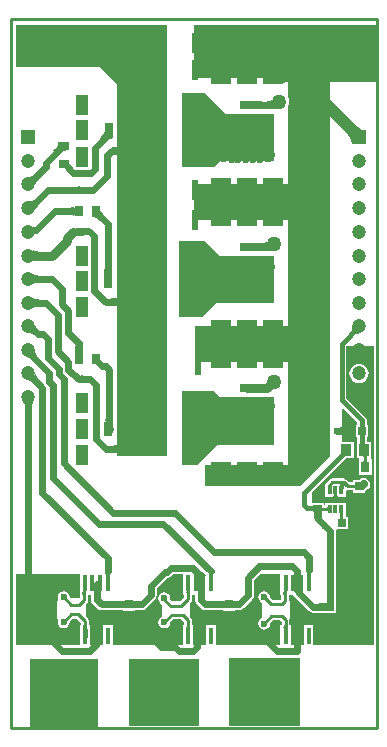
<source format=gtl>
%FSTAX23Y23*%
%MOIN*%
%SFA1B1*%

%IPPOS*%
%AMD20*
4,1,8,-0.001800,-0.011800,0.001800,-0.011800,0.005900,-0.007700,0.005900,0.007700,0.001800,0.011800,-0.001800,0.011800,-0.005900,0.007700,-0.005900,-0.007700,-0.001800,-0.011800,0.0*
1,1,0.008260,-0.001800,-0.007700*
1,1,0.008260,0.001800,-0.007700*
1,1,0.008260,0.001800,0.007700*
1,1,0.008260,-0.001800,0.007700*
%
%ADD10C,0.009840*%
%ADD13C,0.010000*%
%ADD14R,0.025590X0.025200*%
%ADD15R,0.033470X0.039370*%
%ADD16R,0.017720X0.057090*%
%ADD17R,0.027560X0.035430*%
%ADD18R,0.051580X0.021650*%
%ADD19R,0.011810X0.027560*%
G04~CAMADD=20~8~0.0~0.0~118.1~236.2~41.3~0.0~15~0.0~0.0~0.0~0.0~0~0.0~0.0~0.0~0.0~0~0.0~0.0~0.0~180.0~118.0~237.0*
%ADD20D20*%
%ADD21O,0.011810X0.023620*%
%ADD22R,0.066930X0.043310*%
%ADD23R,0.051180X0.027560*%
%ADD24R,0.033470X0.043310*%
%ADD25R,0.043310X0.066930*%
%ADD26R,0.027560X0.051180*%
%ADD27R,0.043310X0.033470*%
%ADD28R,0.024410X0.071650*%
%ADD29R,0.025200X0.025590*%
%ADD30R,0.035430X0.027560*%
%ADD53C,0.023620*%
%ADD54C,0.005910*%
%ADD55C,0.039370*%
%ADD56C,0.015000*%
%ADD57C,0.031500*%
%ADD58C,0.047240*%
%ADD59R,0.047240X0.047240*%
%ADD60C,0.023620*%
%ADD61C,0.028000*%
%ADD62C,0.050000*%
%LNpcb1-1*%
%LPD*%
G36*
X00945Y02063D02*
X00944Y02063D01*
X00942Y02064*
X00941Y02064*
X00933Y02064*
X00916Y02064*
X00914Y02088*
X00917Y02088*
X00919Y02088*
X00922Y02089*
X00924Y02089*
X00925Y0209*
X00927Y02091*
X00928Y02092*
X00929Y02093*
X0093Y02094*
X00931Y02095*
X00945Y02063*
G37*
G36*
X00872Y0209D02*
X00872Y02089D01*
X00874Y02089*
X00875Y02089*
X0088Y02088*
X00895Y02088*
Y02064*
X00891Y02064*
X00872Y02063*
X00872Y02063*
X00871Y02063*
Y0209*
X00872Y0209*
G37*
G36*
X00399Y01965D02*
X00397Y01965D01*
X00395Y01965*
X00392Y01964*
X0039Y01963*
X00387Y01961*
X00384Y01959*
X00381Y01957*
X00375Y01952*
X00372Y01948*
X00355Y01965*
X0036Y0197*
X00367Y01978*
X00369Y01982*
X00371Y01986*
X00373Y01989*
X00373Y01992*
X00374Y01994*
X00373Y01997*
X00372Y01999*
X00399Y01965*
G37*
G36*
X01202Y02014D02*
X01212Y02005D01*
X01217Y02002*
X01222Y01998*
X01227Y01996*
X01231Y01994*
X01235Y01993*
X0124Y01992*
X01243Y01992*
X01196Y01945*
X01196Y01948*
X01195Y01953*
X01194Y01957*
X01192Y01961*
X0119Y01966*
X01186Y01971*
X01183Y01976*
X01179Y01981*
X01169Y01992*
X01196Y02019*
X01202Y02014*
G37*
G36*
X00252Y01925D02*
X0025Y01926D01*
X00247Y01927*
X00245Y01926*
X00242Y01926*
X00239Y01924*
X00235Y01922*
X00231Y0192*
X00227Y01917*
X00223Y01913*
X00218Y01908*
X00201Y01925*
X00205Y01928*
X0021Y01934*
X00212Y01937*
X00214Y0194*
X00215Y01943*
X00217Y01945*
X00217Y01948*
X00218Y0195*
X00218Y01952*
X00252Y01925*
G37*
G36*
X00777Y02047D02*
X00935D01*
Y01889*
X00757*
X00738Y0187*
X00629*
Y02116*
X00708*
X00777Y02047*
G37*
G36*
X0015Y01827D02*
X00149Y01825D01*
X00146Y01821*
X00145Y0182*
X00144Y01818*
X00143Y01816*
X00142Y01815*
X00142Y01814*
X00141Y01812*
X00141Y01811*
X00118Y01834*
X00119Y01834*
X00121Y01834*
X00122Y01835*
X00124Y01836*
X00125Y01836*
X00127Y01837*
X00128Y01839*
X0013Y0184*
X00134Y01843*
X0015Y01827*
G37*
G36*
X00313Y01779D02*
X00285D01*
Y01803*
X00313*
Y01779*
G37*
G36*
X00151Y01742D02*
X00149Y0174D01*
X00145Y01735*
X00144Y01734*
X00142Y01731*
X00142Y0173*
X00141Y01729*
X00141Y01728*
X00122Y01755*
X00124Y01755*
X00125Y01755*
X00127Y01755*
X00128Y01756*
X0013Y01756*
X00131Y01757*
X00133Y01758*
X00135Y0176*
X00137Y01761*
X00138Y01763*
X00151Y01742*
G37*
G36*
X00271Y01704D02*
X00271Y01705D01*
X0027Y01706*
X00269Y01707*
X00267Y01708*
X00265Y01709*
X00263Y01709*
X0026Y0171*
X00252Y0171*
X00248Y0171*
Y01734*
X00252Y01734*
X00263Y01735*
X00265Y01735*
X00267Y01736*
X00269Y01737*
X0027Y01737*
X00271Y01738*
X00271Y0174*
Y01704*
G37*
G36*
X00356Y01736D02*
X00356Y01733D01*
X00356Y01731*
X00357Y01728*
X00358Y01725*
X0036Y01721*
X00363Y01718*
X00366Y01713*
X0037Y01709*
X00374Y01704*
X00358Y01688*
X00354Y01691*
X00348Y01696*
X00345Y01698*
X00342Y017*
X0034Y01702*
X00337Y01703*
X00335Y01704*
X00333Y01704*
X0033Y01704*
X00358Y01738*
X00356Y01736*
G37*
G36*
X00275Y01665D02*
X00276Y01665D01*
X00277Y01665*
X00285Y01665*
X00296Y01665*
X00324*
Y01641*
X00296*
X00275Y01641*
Y01666*
X00275Y01665*
G37*
G36*
X00925Y01591D02*
X00924Y01591D01*
X00923Y01591*
X00922Y01591*
X00919Y01592*
X00915Y01592*
X00907Y01592*
X00895Y01615*
Y01592*
X00891Y01592*
X00872Y01591*
X00872Y01591*
X00871Y0159*
Y01617*
X00872Y01617*
X00872Y01617*
X00874Y01617*
X00875Y01616*
X0088Y01616*
X00895Y01616*
X00897Y01616*
X009Y01616*
X00902Y01616*
X00904Y01617*
X00906Y01617*
X00907Y01618*
X00909Y01619*
X0091Y0162*
X00911Y01621*
X00911Y01623*
X00925Y01591*
G37*
G36*
X00135Y01591D02*
X00135Y01591D01*
X00136Y0159*
X00139Y0159*
X00147Y0159*
X00149Y0159*
Y01559*
X00134Y01558*
Y01591*
X00135Y01591*
G37*
G36*
X00395Y01532D02*
X00396Y01514D01*
X00397Y01513*
X00397Y01513*
X0037*
X0037Y01513*
X0037Y01514*
X00371Y01515*
X00371Y01517*
X00371Y01522*
X00372Y01537*
X00395*
X00395Y01532*
G37*
G36*
X00135Y01511D02*
X00137Y0151D01*
X00138Y0151*
X0014Y01509*
X00141Y01509*
X00143Y01508*
X00145Y01508*
X00147Y01508*
X00152Y01507*
Y01484*
X0015Y01484*
X00145Y01483*
X00143Y01483*
X00141Y01483*
X0014Y01482*
X00138Y01481*
X00137Y01481*
X00135Y0148*
X00134Y01479*
Y01512*
X00135Y01511*
G37*
G36*
Y01432D02*
X00137Y01432D01*
X00138Y01431*
X0014Y0143*
X00141Y0143*
X00143Y01429*
X00145Y01429*
X00147Y01429*
X00152Y01429*
Y01405*
X0015Y01405*
X00145Y01405*
X00143Y01404*
X00141Y01404*
X0014Y01403*
X00138Y01403*
X00137Y01402*
X00135Y01401*
X00134Y014*
Y01433*
X00135Y01432*
G37*
G36*
X00757Y01574D02*
X00935D01*
Y01417*
X00748*
X00698Y01368*
X0062*
Y01624*
X00708*
X00757Y01574*
G37*
G36*
X00141Y01341D02*
X00142Y0134D01*
X00142Y01339*
X00143Y01337*
X00144Y01336*
X00146Y01333*
X00148Y01331*
X00151Y01328*
X00138Y01307*
X00137Y01309*
X00133Y01312*
X00131Y01313*
X0013Y01314*
X00128Y01314*
X00127Y01315*
X00125Y01315*
X00124Y01315*
X00122Y01315*
X00141Y01342*
X00141Y01341*
G37*
G36*
X0122Y01314D02*
X01217Y01314D01*
X01215Y01314*
X01213Y01314*
X0121Y01313*
X01208Y01313*
X01206Y01312*
X01204Y01311*
X01203Y0131*
X01201Y01308*
X01199Y01307*
X01189Y01318*
X0119Y01319*
X01192Y01321*
X01193Y01323*
X01194Y01324*
X01195Y01326*
X01195Y01329*
X01196Y01331*
X01196Y01333*
X01196Y01335*
X01196Y01338*
X0122Y01314*
G37*
G36*
X00297Y01267D02*
X00298Y01248D01*
X00298Y01248*
X00299Y01247*
X00271*
X00272Y01248*
X00272Y01248*
X00272Y0125*
X00272Y01251*
X00273Y01256*
X00273Y01271*
X00297*
X00297Y01267*
G37*
G36*
X00141Y01254D02*
X00141Y01253D01*
X00141Y01251*
X00142Y0125*
X00142Y01248*
X00143Y01246*
X00144Y01245*
X00146Y01243*
X00147Y01241*
X00149Y01239*
X00129Y01226*
X00127Y01228*
X00122Y01232*
X00121Y01233*
X00119Y01234*
X00118Y01235*
X00117Y01235*
X00115Y01236*
X00114Y01236*
X00141Y01255*
X00141Y01254*
G37*
G36*
X00324Y01149D02*
X00296D01*
Y01173*
X00324*
Y01149*
G37*
G36*
X00141Y01179D02*
X00142Y01178D01*
X00142Y01176*
X00143Y01175*
X00144Y01173*
X00145Y01171*
X00146Y0117*
X00147Y01168*
X0015Y01164*
X00134Y01148*
X00132Y0115*
X00128Y01152*
X00127Y01154*
X00125Y01155*
X00124Y01156*
X00122Y01156*
X00121Y01157*
X00119Y01157*
X00118Y01157*
X00141Y0118*
X00141Y01179*
G37*
G36*
X00133Y01084D02*
X00132Y01083D01*
X00132Y01081*
X00131Y0108*
X00131Y01078*
X0013Y01076*
X0013Y01074*
X0013Y01072*
X00129Y01067*
X00106*
X00106Y0107*
X00105Y01074*
X00105Y01076*
X00105Y01078*
X00104Y0108*
X00103Y01081*
X00103Y01083*
X00102Y01084*
X00101Y01085*
X00134*
X00133Y01084*
G37*
G36*
X00397Y01022D02*
X0037D01*
X00371Y01022*
X00372Y01023*
X00373Y01024*
X00374Y01026*
X00374Y01028*
X00375Y01031*
X00375Y01034*
X00376Y01041*
X00376Y01046*
X00399*
X00397Y01022*
G37*
G36*
X0058Y00905D02*
X00413D01*
Y00915*
X00411Y00916*
X00408Y00916*
X00405Y00916*
X00398Y00917*
X00393Y00917*
Y0094*
X00398Y0094*
X00408Y00941*
X00411Y00942*
X00413Y00942*
Y01406*
X00411Y01407*
X00408Y01407*
X00405Y01408*
X00398Y01408*
X00393Y01408*
Y01432*
X00398Y01432*
X00408Y01432*
X00411Y01433*
X00413Y01433*
Y0191*
X0041Y0191*
X00407Y0191*
X004Y01911*
X00395Y01911*
Y01935*
X004Y01935*
X0041Y01935*
X00413Y01936*
Y02145*
X00354Y02204*
X00078*
Y02342*
X0058*
Y00905*
G37*
G36*
X0125Y00906D02*
X01249Y00906D01*
X01248Y00905*
X01247Y00905*
X01247Y00904*
X01246Y00903*
X01246Y00901*
X01246Y009*
X01246Y00898*
X01246Y00896*
X01236*
X01236Y00898*
X01236Y009*
X01235Y00901*
X01235Y00903*
X01234Y00904*
X01234Y00905*
X01233Y00905*
X01233Y00906*
X01232Y00906*
X01231Y00906*
X0125*
X0125Y00906*
G37*
G36*
X01246Y00893D02*
X01246Y00891D01*
X01246Y0089*
X01246Y00889*
X01247Y00888*
X01247Y00887*
X01248Y00886*
X01249Y00885*
X0125Y00885*
X0125Y00885*
X01231*
X01232Y00885*
X01233Y00885*
X01233Y00886*
X01234Y00887*
X01234Y00888*
X01235Y00889*
X01235Y0089*
X01236Y00891*
X01236Y00893*
X01236Y00895*
X01246*
X01246Y00893*
G37*
G36*
X00757Y01102D02*
X00935D01*
Y00944*
X00748*
X00679Y00875*
X00629*
Y01122*
X00738*
X00757Y01102*
G37*
G36*
X01271Y00275D02*
X01068D01*
Y00342*
X01035*
Y00275*
X00992*
Y00334*
X00992Y00334*
X00992Y00334*
Y00342*
X00988*
Y00359*
X00988Y0036*
X00988Y00361*
X0099Y00363*
X00991Y00367*
Y00418*
X0099Y00421*
X00988Y00424*
X00986Y00425*
Y00444*
X00999*
X01003Y0044*
X01006Y00436*
X01053Y00389*
X01059Y00385*
X01067Y00383*
X01101*
Y00382*
X01109*
X01109Y00382*
X01109Y00382*
X01142*
Y00424*
X01142*
Y00656*
X01141Y00657*
X01146Y00662*
X01183*
Y00703*
X01178*
X01175Y00706*
Y00714*
X01175Y00714*
X01175Y00714*
Y0075*
X01108*
Y00741*
X01103*
Y0075*
X0107*
X0107Y00751*
X0107Y0075*
X01062*
Y00785*
X01175Y00898*
X01202*
Y00953*
X01162*
Y00977*
X01158Y00977*
Y01001*
X01162Y01001*
Y01063*
X01167Y01065*
X01213Y01018*
Y0101*
X01209*
Y00969*
X01214*
Y00953*
X01212*
Y00898*
X01219*
X01219Y00893*
Y00842*
X01262*
Y00893*
X01262*
X01261Y00898*
Y00953*
X01245*
Y00969*
X0125*
Y0101*
X01245*
Y01025*
X01244Y01031*
X0124Y01036*
X01178Y01099*
Y01271*
X01271*
Y00275*
G37*
G36*
X01279Y02338D02*
Y02153D01*
X01122*
Y00905*
X01023Y00807*
X00708*
Y00875*
X00984*
Y0122*
X00673*
Y01334*
X00674Y01338*
X00984*
Y01692*
X00669*
Y01811*
X00984*
Y02072*
X00986Y02078*
X00987Y02086*
X00986Y02095*
X00984Y02101*
Y02153*
X00977Y02152*
X00974Y02151*
X00972Y02151*
X0097Y0215*
X00968Y02148*
X00967Y02147*
X00966Y02145*
X00966Y02143*
Y02165*
X00669*
Y02342*
X01275*
X01279Y02338*
G37*
G36*
X01116Y00718D02*
X01116Y00719D01*
X01115Y0072*
X01115Y00721*
X01114Y00721*
X01113Y00722*
X01112Y00722*
X01111Y00722*
X01109Y00723*
X01108Y00723*
X01106Y00723*
Y00733*
X01108Y00733*
X01109Y00733*
X01111Y00733*
X01112Y00734*
X01113Y00734*
X01114Y00735*
X01115Y00735*
X01115Y00736*
X01116Y00737*
X01116Y00738*
Y00718*
G37*
G36*
X01095Y00737D02*
X01095Y00736D01*
X01096Y00735*
X01096Y00735*
X01097Y00734*
X01098Y00734*
X01099Y00733*
X01101Y00733*
X01103Y00733*
X01105Y00733*
Y00723*
X01103Y00723*
X01101Y00723*
X01099Y00722*
X01098Y00722*
X01097Y00722*
X01096Y00721*
X01096Y00721*
X01095Y0072*
X01095Y00719*
X01095Y00718*
Y00738*
X01095Y00737*
G37*
G36*
X01167Y00714D02*
X01167Y00714D01*
X01167Y00713*
X01166Y00712*
X01166Y00705*
X01166Y00703*
X01167Y00701*
X01167Y007*
X01167Y00699*
X01168Y00698*
X01168Y00697*
X01169Y00696*
X01169Y00695*
X0117Y00695*
X01171Y00695*
X01152*
X01153Y00695*
X01153Y00695*
X01154Y00696*
X01155Y00697*
X01155Y00698*
X01156Y00699*
X01156Y007*
X01156Y00701*
X01156Y00703*
X01156Y00705*
X01156Y00706*
X01156Y00713*
X01156Y00713*
X01156Y00714*
X01155Y00714*
X01155Y00714*
X01167*
X01167Y00714*
G37*
G36*
X0107Y00717D02*
X01095D01*
X01095Y00695*
X01071*
X01071Y00699*
X0107Y00717*
X0107Y00717*
X0107Y00718*
X01069Y0072*
X01068Y00721*
X01067Y00722*
X01066Y00722*
X01064Y00723*
X01062Y00723*
X0106Y00724*
X01058Y00724*
X01055Y00724*
Y00739*
X01058Y00739*
X01064Y0074*
X01066Y0074*
X01067Y0074*
X01068Y00741*
X01069Y00741*
X0107Y00742*
X0107Y00742*
Y00717*
G37*
G36*
X01057Y00517D02*
X01057Y00517D01*
X0106*
X01059Y00516*
X01059Y00515*
X01058Y00513*
X01058Y00511*
X01058Y00511*
X01058Y0051*
X01059Y0051*
X0106Y00509*
X0106Y00509*
X01058*
X01057Y00509*
X01057Y00503*
X01057Y00495*
X01057Y00491*
X01047*
X01047Y00495*
X01046Y00509*
X01046Y00509*
X01043*
X01044Y00509*
X01044Y0051*
X01045Y0051*
X01045Y00511*
X01045Y00511*
X01045Y00513*
X01045Y00515*
X01044Y00516*
X01043Y00517*
X01047*
X01047Y00517*
X01047Y00519*
X01057*
X01057Y00517*
G37*
G36*
X00387D02*
X00388Y00515D01*
X00391*
X0039Y00514*
X00389Y00513*
X00389Y00511*
X00389Y00511*
X00389Y0051*
X0039Y0051*
X0039Y00509*
X00391Y00509*
X00389*
X00389Y00509*
X00388Y00507*
X00388Y00501*
X00387Y00493*
X00387Y00489*
X00377*
X00377Y00493*
X00377Y00507*
X00376Y00509*
X00376Y00509*
X00374*
X00374Y00509*
X00375Y0051*
X00376Y0051*
X00376Y00511*
X00376Y00511*
X00375Y00513*
X00375Y00514*
X00374Y00515*
X00377*
X00377Y00516*
X00377Y00517*
X00377Y00519*
X00387*
X00387Y00517*
G37*
G36*
X00732D02*
X00732Y00514D01*
X00732Y00513*
X00735*
X00735Y00512*
X00734Y00511*
X00734Y0051*
X00734Y0051*
X00735Y00509*
X00736Y00509*
X00734*
X00733Y00509*
X00733Y00507*
X00733Y00505*
X00732Y00499*
X00732Y00491*
X00732Y00487*
X00722*
X00722Y00491*
X00721Y00505*
X00721Y00507*
X0072Y00509*
X0072Y00509*
X00718*
X00719Y00509*
X0072Y0051*
X0072Y0051*
X0072Y00511*
X00719Y00512*
X00719Y00513*
X00721*
X00722Y00514*
X00722Y00516*
X00722Y00517*
X00722Y00519*
X00732*
X00732Y00517*
G37*
G36*
X00688Y00526D02*
X00706Y00511D01*
X00707Y0051*
X00709Y00509*
X0071Y00509*
X00693Y00472*
X00693Y00474*
X00693Y00477*
X00693Y0048*
X00691Y00484*
X00689Y00488*
X00686Y00492*
X00683Y00497*
X00673Y00508*
X00667Y00514*
X00684Y0053*
X00688Y00526*
G37*
G36*
X00982Y00452D02*
X00981Y00452D01*
X0098Y00452*
X0098Y00451*
X00979Y0045*
X00979Y00449*
X00978Y00448*
X00978Y00446*
X00978Y00444*
X00978Y00443*
X00968*
X00968Y00444*
X00968Y00449*
X00968Y0045*
X00967Y00451*
X00967Y00451*
X00967Y00452*
X00967Y00452*
X00966Y00452*
X00983Y00453*
X00982Y00452*
G37*
G36*
X00312D02*
X00311Y00452D01*
X0031Y00452*
X00309Y00451*
X00309Y0045*
X00308Y00449*
X00308Y00448*
X00308Y00446*
X00308Y00444*
X00308Y00443*
X00298*
X00298Y00444*
X00297Y00451*
X00297Y00452*
X00297Y00452*
X00297Y00452*
X00312Y00453*
X00312Y00452*
G37*
G36*
X00658Y00452D02*
X00657Y00452D01*
X00657Y00451*
X00656Y00451*
X00656Y0045*
X00656Y00449*
X00655Y00448*
X00655Y00446*
X00655Y00444*
X00655Y00443*
X00645*
X00645Y00444*
X00645Y00448*
X00645Y00449*
X00644Y0045*
X00644Y00451*
X00643Y00451*
X00643Y00452*
X00642Y00452*
X00641Y00452*
X00659*
X00658Y00452*
G37*
G36*
X00289Y00452D02*
X00289Y00452D01*
X00289Y00452*
Y00444*
X0029*
Y00433*
X00259*
X00255Y00436*
X00253Y00443*
X00249Y0045*
X00242Y00454*
X00235Y00456*
X00227Y00454*
X00221Y0045*
X00216Y00443*
X00215Y00436*
X00216Y00428*
X00215Y00426*
X00214Y00423*
Y00366*
X00215Y00363*
X00216Y0036*
X00215Y00353*
X00216Y00345*
X00221Y00339*
X00227Y00334*
X00235Y00333*
X00242Y00334*
X00249Y00339*
X00253Y00345*
X00255Y00353*
X00255Y00354*
X00262Y00362*
X00281*
X00293Y0035*
Y00342*
X00289*
Y00334*
X00289Y00334*
X00289Y00334*
Y00275*
X00078*
Y00511*
X00289*
Y00452*
G37*
G36*
X00958Y00453D02*
X00958Y00452D01*
X00958Y00452*
Y00444*
X0096*
Y00428*
X00957Y00425*
X00933*
X00924Y00434*
X00924Y00436*
X00923Y00443*
X00918Y0045*
X00912Y00454*
X00904Y00456*
X00896Y00454*
X0089Y0045*
X00885Y00443*
X00884Y00436*
X00885Y00428*
X0089Y00421*
X00896Y00417*
X00895Y00365*
X00889Y00361*
X00885Y00355*
X00883Y00347*
X00885Y00339*
X00889Y00333*
X00895Y00328*
X00903Y00327*
X00911Y00328*
X00917Y00333*
X00922Y00339*
X00923Y00347*
X00923Y00348*
X00932Y00358*
X00958*
X00962Y00353*
Y00342*
X00958*
Y00334*
X00958Y00334*
X00958Y00334*
Y00275*
X00744*
Y00342*
X0071*
Y00275*
X00667*
Y00334*
X00667Y00334*
X00667Y00334*
Y00342*
X00663*
Y00358*
X00662Y00363*
X00659Y00367*
X00656Y0037*
X00657Y0037*
X00657Y00374*
Y00413*
X00657Y00416*
X00656Y00416*
X00659Y00419*
X00662Y00424*
X00663Y00429*
Y00444*
X00673*
Y00425*
X00675Y00417*
X00679Y00411*
X00693Y00397*
X007Y00392*
X00707Y00391*
X00766*
Y0039*
X00774*
X00774Y0039*
X00775Y0039*
X00807*
Y00392*
X0082*
X00828Y00393*
X00835Y00398*
X00864Y00427*
X00868Y00434*
X00869Y00435*
X0087Y00441*
Y00492*
X00889Y00511*
X00958*
Y00453*
G37*
G36*
X00633Y00453D02*
X00633Y00452D01*
X00633Y00452*
Y00444*
X00637*
Y00434*
X00624Y00421*
X00595*
X0059Y00426*
X0059Y00431*
X00589Y00438*
X00585Y00445*
X00578Y00449*
X0057Y00451*
X00563Y00449*
X00556Y00445*
X00552Y00438*
X0055Y00431*
X00552Y00423*
X00556Y00416*
X00561Y00413*
X00561Y00413*
X00561Y0041*
X00562Y00408*
Y00374*
X00563Y0037*
X00563Y0037*
X00563Y00369*
X00556Y00365*
X00552Y00359*
X0055Y00351*
X00552Y00343*
X00556Y00337*
X00563Y00332*
X0057Y00331*
X00578Y00332*
X00585Y00337*
X00589Y00343*
X0059Y00351*
X0059Y00352*
X006Y00362*
X00627*
X00637Y00352*
Y00342*
X00633*
Y00334*
X00633Y00334*
X00633Y00334*
Y00275*
X00399*
Y00342*
X00366*
Y00275*
X00322*
Y00334*
X00322Y00334*
X00322Y00334*
Y00342*
X00319*
Y00356*
X00318Y00361*
X00315Y00365*
X00311Y00369*
X00311Y0037*
Y00414*
X00312Y00415*
X00315Y0042*
X00316Y00425*
Y00444*
X00326*
Y00427*
X00327Y00419*
X00332Y00412*
X00348Y00397*
X00354Y00392*
X00362Y00391*
X00432*
Y0039*
X0044*
X0044Y0039*
X0044Y0039*
X00473*
Y00392*
X00496*
X00503Y00393*
X0051Y00398*
X00539Y00427*
X00544Y00434*
X00545Y00441*
Y00465*
X00581Y005*
X00581*
X00589Y00502*
X00595Y00506*
X006Y00511*
X00633*
Y00453*
G37*
G36*
X00774Y00398D02*
X00774Y00398D01*
X00773Y00399*
X00772Y00399*
X00769Y00399*
X00751Y00399*
Y00423*
X00774Y00424*
Y00398*
G37*
G36*
X0044D02*
X0044Y00398D01*
X00439Y00399*
X00438Y00399*
X00434Y00399*
X00416Y00399*
Y00423*
X0044Y00424*
Y00398*
G37*
G36*
X01109Y0039D02*
X01109Y00391D01*
X01108Y00391*
X01107Y00391*
X01103Y00391*
X01085Y00391*
Y00415*
X01109Y00416*
Y0039*
G37*
G36*
X0098Y00342D02*
X0098Y00339D01*
X0098Y00338*
X00981Y00336*
X00981Y00336*
X00982Y00335*
X00982Y00334*
X00983Y00334*
X00984Y00334*
X00966*
X00967Y00334*
X00968Y00334*
X00968Y00335*
X00969Y00336*
X00969Y00336*
X00969Y00338*
X0097Y00339*
X0097Y0034*
X0097Y00342*
X0097Y00344*
X0098*
X0098Y00342*
G37*
G36*
X00311D02*
X00311Y00339D01*
X00311Y00338*
X00311Y00336*
X00312Y00336*
X00312Y00335*
X00313Y00334*
X00314Y00334*
X00314Y00334*
X00297*
X00298Y00334*
X00298Y00334*
X00299Y00335*
X00299Y00336*
X003Y00336*
X003Y00338*
X003Y00339*
X00301Y0034*
X00301Y00342*
X00301Y00344*
X00311*
X00311Y00342*
G37*
G36*
X00655D02*
X00655Y00339D01*
X00656Y00338*
X00656Y00336*
X00656Y00336*
X00657Y00335*
X00657Y00334*
X00658Y00334*
X00659Y00334*
X00641*
X00642Y00334*
X00643Y00334*
X00643Y00335*
X00644Y00336*
X00644Y00336*
X00645Y00338*
X00645Y00339*
X00645Y0034*
X00645Y00342*
X00645Y00344*
X00655*
X00655Y00342*
G37*
G36*
X00311Y00311D02*
X003D01*
X003Y00311*
X003Y00312*
X003Y00312*
X00301Y00323*
Y00326*
X00311*
X00311Y00311*
G37*
G36*
X01023Y00007D02*
X00787D01*
Y00232*
X01023*
Y00007*
G37*
G36*
X00688D02*
X00452D01*
Y00228*
X00688*
Y00007*
G37*
G36*
X0035Y00003D02*
X00122D01*
Y00228*
X0035*
Y00003*
G37*
%LNpcb1-2*%
%LPC*%
G36*
X0122Y01212D02*
X01212Y01211D01*
X01204Y01208*
X01198Y01203*
X01192Y01196*
X01189Y01189*
X01188Y01181*
X01189Y01172*
X01192Y01165*
X01198Y01158*
X01204Y01153*
X01212Y0115*
X0122Y01149*
X01228Y0115*
X01236Y01153*
X01242Y01158*
X01247Y01165*
X01251Y01172*
X01252Y01181*
X01251Y01189*
X01247Y01196*
X01242Y01203*
X01236Y01208*
X01228Y01211*
X0122Y01212*
G37*
G36*
X01236Y00834D02*
X01227Y00832D01*
X0122Y00827*
X01219Y00825*
X012*
Y00818*
X01187*
X01178Y00827*
X01174Y0083*
X01169Y00831*
X0113*
X01125Y0083*
X01121Y00827*
X01113Y00819*
X0111Y00815*
X0111Y00812*
X01108*
Y00769*
X01135*
Y0077*
X01131*
X01132Y0077*
X01133Y0077*
X01134Y00771*
X01135Y00772*
X01135Y00772*
X01135Y00773*
Y00791*
X01136Y00792*
Y00805*
X01147*
Y00773*
X01147Y00772*
X01148Y00772*
X01149Y00771*
X01149Y0077*
X0115Y0077*
X01151Y0077*
X01147*
Y00769*
X01175*
Y00788*
X01175Y00789*
X0118Y00792*
X01182Y00792*
X012*
Y00784*
X0124*
Y0079*
X01241Y0079*
X01244Y00791*
X01251Y00796*
X01256Y00803*
X01258Y00812*
X01256Y0082*
X01251Y00827*
X01244Y00832*
X01236Y00834*
G37*
%LNpcb1-3*%
%LPD*%
G36*
X01127Y00805D02*
X01117Y00804D01*
X01117Y00804*
X01117Y00805*
X01117Y00805*
X01117Y00805*
X01117Y00806*
X01118Y00807*
X01118Y0081*
X01127*
X01127Y00805*
G37*
G36*
X01176Y00804D02*
X01174Y00805D01*
X01173Y00806*
X01172Y00807*
X01171Y00808*
X0117Y00808*
X01169Y00808*
X01168Y00808*
X01167Y00808*
X01167Y00808*
X01167Y00805*
X01156Y00804*
X01156Y00804*
X01156Y00805*
X01156Y00805*
X01156Y00805*
X01157Y00806*
X01157Y00807*
X01157Y00808*
X01157Y0081*
X01157Y00811*
X01166*
X01169Y00818*
X01176Y00804*
G37*
G36*
X01208Y00795D02*
X01208Y00796D01*
X01207Y00797*
X01207Y00797*
X01206Y00798*
X01205Y00798*
X01204Y00799*
X01203Y00799*
X01201Y008*
X012Y008*
X01198Y008*
Y0081*
X012Y0081*
X01201Y0081*
X01203Y0081*
X01204Y0081*
X01205Y00811*
X01206Y00811*
X01207Y00812*
X01207Y00813*
X01208Y00814*
X01208Y00814*
Y00795*
G37*
G54D10*
X01052Y00481D02*
Y00525D01*
X01043Y00578D02*
X01047Y00574D01*
X00727Y00481D02*
Y00521D01*
X00382Y00481D02*
Y00523D01*
X00287Y00409D02*
X00303Y00425D01*
X00261Y00409D02*
X00287D01*
X00235Y00436D02*
X00261Y00409D01*
Y00379D02*
X00282D01*
X00235Y00353D02*
X00261Y00379D01*
X00282D02*
X00306Y00356D01*
X01237Y00926D02*
X01241Y00922D01*
Y00868D02*
Y00922D01*
X01144Y00845D02*
X01147Y00848D01*
X01162*
X01169Y00855*
X01173*
X01182Y00864*
Y00868*
X01162Y00811D02*
X01169Y00818D01*
X01162Y008D02*
Y00811D01*
X0113Y00818D02*
X01169D01*
X01182Y00805*
X0122*
X01122Y00791D02*
X01123Y00792D01*
Y0081D02*
X0113Y00818D01*
X01123Y00792D02*
Y0081D01*
X01231Y00658D02*
X01234Y00655D01*
X01222Y00658D02*
X01231D01*
X01198Y00683D02*
X01222Y00658D01*
X01197Y00683D02*
X01198D01*
X01197Y00746D02*
X0122Y00769D01*
Y00769*
X01197Y00683D02*
Y00746D01*
X01141Y00759D02*
Y00791D01*
X01082Y00765D02*
X01088Y00759D01*
X01161Y00683D02*
X01162Y00683D01*
X01161Y00683D02*
Y00727D01*
X01161Y00728D02*
X01161Y00727D01*
X00306Y00306D02*
Y00356D01*
X00303Y00425D02*
Y00478D01*
X00306Y00481*
X00632Y00375D02*
X0065Y00358D01*
X00595Y00375D02*
X00632D01*
X0065Y00306D02*
Y00358D01*
Y00429D02*
Y00481D01*
X00626Y00405D02*
X0065Y00429D01*
X00592Y00405D02*
X00626D01*
X0057Y00427D02*
X00592Y00405D01*
X0057Y00427D02*
Y00431D01*
Y00351D02*
X00595Y00375D01*
X00973Y00423D02*
Y00479D01*
X00962Y00412D02*
X00973Y00423D01*
X00928Y00412D02*
X00962D01*
X00973Y00479D02*
X00975Y00481D01*
X00927Y00371D02*
X00963D01*
X00903Y00347D02*
X00927Y00371D01*
X00963D02*
X00975Y00359D01*
Y00306D02*
Y00359D01*
X00904Y00436D02*
X00928Y00412D01*
X01084Y00728D02*
X01122D01*
G54D13*
X01279Y0D02*
Y02362D01*
X00059Y0D02*
X01279D01*
X00059D02*
Y02362D01*
X01279*
G54D14*
X01194Y0099D03*
X0123D03*
X01197Y00683D03*
X01162D03*
G54D15*
X01178Y00926D03*
X01237D03*
G54D16*
X00306Y00481D03*
Y00306D03*
X00331D03*
X00357D03*
X00382D03*
Y00481D03*
X00357D03*
X00331D03*
X0065Y00306D03*
X00676D03*
X00701D03*
X00727D03*
Y00481D03*
X00701D03*
X00676D03*
X0065D03*
X00975Y00306D03*
X01D03*
X01026D03*
X01052D03*
Y00481D03*
X01026D03*
X01D03*
X00975D03*
G54D17*
X01182Y00868D03*
X01241D03*
X00344Y0123D03*
X00285D03*
X00344Y01722D03*
X00285D03*
G54D18*
X01141Y00759D03*
G54D19*
X01161Y00728D03*
X01141D03*
X01122D03*
Y00791D03*
X01141D03*
X01161D03*
G54D20*
X00285Y01791D03*
X00296Y01653D03*
Y01161D03*
G54D21*
X00313Y01791D03*
X00324Y01653D03*
Y01161D03*
G54D22*
X00759Y02165D03*
X00846D03*
X00933D03*
X00759Y01811D03*
X00846D03*
X00933D03*
X00759Y01692D03*
X00846D03*
X00933D03*
X00759Y01338D03*
X00846D03*
X00933D03*
X00759Y0122D03*
X00846D03*
X00933D03*
X00759Y00866D03*
X00846D03*
X00933D03*
G54D23*
X00846Y02076D03*
Y01604D03*
Y01131D03*
G54D24*
X00778Y01911D03*
X00823D03*
X00869D03*
X00914D03*
X00778Y02021D03*
X00823D03*
X00869D03*
X00914D03*
X00778Y01438D03*
X00823D03*
X00869D03*
X00914D03*
X00778Y01549D03*
X00823D03*
X00869D03*
X00914D03*
X00778Y00966D03*
X00823D03*
X00869D03*
X00914D03*
X00778Y01076D03*
X00823D03*
X00869D03*
X00914D03*
G54D25*
X00297Y01904D03*
Y01991D03*
Y02077D03*
X00651Y01904D03*
Y01991D03*
Y02077D03*
X00295Y01401D03*
Y01488D03*
Y01574D03*
X00649Y01401D03*
Y01488D03*
Y01574D03*
X00295Y0091D03*
Y00997D03*
Y01083D03*
X00649Y0091D03*
Y00997D03*
Y01083D03*
G54D26*
X00385Y01991D03*
X00383Y01488D03*
Y00997D03*
G54D27*
X00551Y01923D03*
Y01968D03*
Y02013D03*
Y02059D03*
X0044Y01923D03*
Y01968D03*
Y02013D03*
Y02059D03*
X00549Y0142D03*
Y01465D03*
Y0151D03*
Y01556D03*
X00438Y0142D03*
Y01465D03*
Y0151D03*
Y01556D03*
X00549Y00929D03*
Y00974D03*
Y01019D03*
Y01064D03*
X00438Y00929D03*
Y00974D03*
Y01019D03*
Y01064D03*
G54D28*
X00673Y02194D03*
X00547D03*
X00673Y02283D03*
X00547D03*
X00673Y01791D03*
X00547D03*
X00673Y01692D03*
X00547D03*
X00683Y01289D03*
X00557D03*
X00683Y0121D03*
X00557D03*
G54D29*
X01082Y0073D03*
Y00765D03*
X0122Y00769D03*
Y00805D03*
X01122Y00368D03*
Y00403D03*
X00787Y00375D03*
Y00411D03*
X00452Y00375D03*
Y00411D03*
G54D30*
X00236Y01879D03*
Y01938D03*
G54D53*
X00188Y01154D02*
Y01183D01*
X00118Y01254D02*
X00188Y01183D01*
Y01154D02*
X00199Y01143D01*
X0022Y01179D02*
Y01196D01*
Y01179D02*
X00236Y01164D01*
X00251Y01194D02*
Y0122D01*
Y01194D02*
X00285Y01161D01*
X00236Y00882D02*
Y01164D01*
X01012Y00459D02*
Y00522D01*
X00693Y00425D02*
Y00504D01*
X00997Y00538D02*
X01012Y00522D01*
X00887Y00538D02*
X00997D01*
X00667Y00531D02*
X00693Y00504D01*
X00592Y00531D02*
X00667D01*
X00581Y0052D02*
X00592Y00531D01*
X00346Y00281D02*
Y00312D01*
X00323Y00257D02*
X00346Y00281D01*
X00229Y00257D02*
X00323D01*
X01013Y00255D02*
Y00343D01*
X00679Y00285D02*
X00688Y00295D01*
X00118Y00369D02*
X00229Y00257D01*
X00679Y00269D02*
Y00285D01*
X00667Y00257D02*
X00679Y00269D01*
X00619Y00257D02*
X00667D01*
X00608Y00268D02*
X00619Y00257D01*
X0056Y00268D02*
X00608D01*
X00689Y00345D02*
X0072Y00375D01*
X00946Y00255D02*
X01013D01*
X00827Y00375D02*
X00946Y00255D01*
X00199Y00834D02*
Y01143D01*
X00118Y01254D02*
Y01259D01*
X00184Y01233D02*
X0022Y01196D01*
X00216Y01255D02*
X00251Y0122D01*
X00216Y01255D02*
Y01377D01*
X00177Y01417D02*
X00216Y01377D01*
X00184Y01233D02*
Y01295D01*
X00165Y01313D02*
X00184Y01295D01*
X00149Y01313D02*
X00165D01*
X00124Y01338D02*
X00149Y01313D01*
X00251Y01317D02*
Y0139D01*
Y01317D02*
X00285Y01283D01*
X0023Y01411D02*
X00251Y0139D01*
X00236Y00882D02*
X00401Y00717D01*
X00285Y01161D02*
X00296D01*
X00342Y00964D02*
X00377Y00929D01*
X00438*
X00342Y00964D02*
Y01143D01*
X00324Y01161D02*
X00342Y01143D01*
X00381Y01909D02*
X00395Y01923D01*
X0044*
X00381Y01838D02*
Y01909D01*
X00334Y01791D02*
X00381Y01838D01*
X00313Y01791D02*
X00334D01*
X00338Y01456D02*
Y01639D01*
X00324Y01653D02*
X00338Y01639D01*
Y01456D02*
X00375Y0142D01*
X00438*
X01023Y02165D02*
X01082Y02106D01*
X01062D02*
X01082D01*
X01052Y00525D02*
Y00569D01*
X01047Y00574D02*
X01052Y00569D01*
X01035Y00586D02*
X01043Y00578D01*
X00737Y00586D02*
X01035D01*
X01122Y00403D02*
Y00656D01*
X01107Y00671D02*
X01122Y00656D01*
X01083Y00695D02*
X01107Y00671D01*
X00606Y00717D02*
X00737Y00586D01*
X00401Y00717D02*
X00606D01*
X00568Y0068D02*
X00727Y00521D01*
X00354Y0068D02*
X00568D01*
X00199Y00834D02*
X00354Y0068D01*
X00164Y00784D02*
Y01134D01*
Y00784D02*
X00382Y00565D01*
Y00523D02*
Y00565D01*
X00118Y00369D02*
Y01102D01*
Y01181D02*
X00164Y01134D01*
X00118Y01338D02*
X00124D01*
X00453Y00375D02*
X0056Y00268D01*
X01148Y00989D02*
X01148Y00989D01*
X01194*
X01194Y0099*
X01205Y00403D02*
Y00626D01*
X01234Y00655*
X0117Y00368D02*
X01205Y00403D01*
X01122Y00368D02*
X0117D01*
X01013Y00343D02*
X01038Y00368D01*
X01122*
X00788Y00375D02*
X00827D01*
X00787Y00375D02*
X00788Y00375D01*
X00787Y00375D02*
Y00375D01*
X0072D02*
X00787D01*
X00707Y00411D02*
X00787D01*
X00693Y00425D02*
X00707Y00411D01*
X00453Y00375D02*
X00453D01*
X00452Y00375D02*
X00453Y00375D01*
X00452Y00375D02*
Y00375D01*
X00346Y00312D02*
X00347Y00312D01*
Y00347*
X00375Y00375*
X00452*
X00346Y00427D02*
X00362Y00411D01*
X00346Y00427D02*
Y00478D01*
X00362Y00411D02*
X00452D01*
X00453Y00412D02*
X00496D01*
X00452Y00411D02*
X00453Y00412D01*
X00452Y00411D02*
Y00411D01*
X00496Y00412D02*
X00525Y00441D01*
Y00473*
X00572Y0052*
X00581*
X00788Y00412D02*
X0082D01*
X00787Y00411D02*
X00788Y00412D01*
X00787Y00411D02*
Y00411D01*
X0082Y00412D02*
X0085Y00441D01*
Y005*
X00887Y00538*
X01012Y00459D02*
X0102Y00451D01*
Y0045D02*
Y00451D01*
Y0045D02*
X01067Y00403D01*
X01122*
X01083Y00695D02*
Y00729D01*
X01082Y0073D02*
X01083Y00729D01*
X00118Y01417D02*
X00177D01*
X01235Y00812D02*
X01236D01*
X01229Y00806D02*
X01235Y00812D01*
X00947Y02086D02*
X00954D01*
X00937Y02076D02*
X00947Y02086D01*
X00846Y02076D02*
X00937D01*
X00925Y01604D02*
X00935Y01614D01*
X00846Y01604D02*
X00925D01*
X00275Y01722D02*
X00285D01*
X00275D02*
D01*
X00206D02*
X00275D01*
X00142Y01658D02*
X00206Y01722D01*
X00124Y01732D02*
X00183Y01791D01*
X00285*
X00265Y01653D02*
X00296D01*
X00933Y02165D02*
X01023D01*
X0023Y01411D02*
Y01462D01*
X00196Y01496D02*
X0023Y01462D01*
X00118Y01496D02*
X00196D01*
X00285Y0123D02*
Y01283D01*
X00383Y01488D02*
Y01679D01*
X00344Y01718D02*
X00383Y01679D01*
X00344Y01718D02*
Y01722D01*
X00375Y01206D02*
X00387Y01194D01*
X00364Y01206D02*
X00375D01*
X00344Y01226D02*
X00364Y01206D01*
X00344Y01226D02*
Y0123D01*
X0034Y01862D02*
Y01934D01*
X00266Y01849D02*
X00327D01*
X0034Y01862*
X00385Y01979D02*
Y01991D01*
X0034Y01934D02*
X00385Y01979D01*
X00253Y01862D02*
X00266Y01849D01*
X00253Y01862D02*
Y01866D01*
X0024Y01879D02*
X00253Y01866D01*
X00236Y01879D02*
X0024D01*
X00232Y01938D02*
X00236D01*
X00176Y01883D02*
X00232Y01938D01*
X00176Y01869D02*
Y01883D01*
X00118Y01811D02*
X00176Y01869D01*
X00385Y00997D02*
Y01008D01*
X00387Y0101*
Y01194*
X00118Y01732D02*
X00124D01*
X00118Y01653D02*
X00122Y01658D01*
X00142*
G54D54*
X01148Y00766D02*
X0115Y00764D01*
X01161Y00799D02*
X01162Y008D01*
X01141Y00759D02*
X01148Y00766D01*
X01083Y00729D02*
X01084Y00728D01*
X01161Y00791D02*
Y00799D01*
G54D55*
X01082Y02106D02*
X0122Y01968D01*
X00118Y01732D02*
X00119Y01733D01*
G54D56*
X01038Y00783D02*
X01178Y00923D01*
X01038Y00741D02*
Y00783D01*
X01047Y00731D02*
X01081D01*
X01038Y00741D02*
X01047Y00731D01*
X01081D02*
X01082Y0073D01*
X01178Y00923D02*
Y00926D01*
X01162Y01092D02*
Y0128D01*
Y01092D02*
X01229Y01025D01*
Y0099D02*
Y01025D01*
Y0099D02*
X0123Y0099D01*
Y00933D02*
X01237Y00926D01*
X0123Y00933D02*
Y0099D01*
X01162Y0128D02*
X0122Y01338D01*
X00305Y00306D02*
Y00326D01*
Y00306D02*
X00306Y00306D01*
X00914Y0191D02*
Y01911D01*
Y0191D02*
X00915Y01909D01*
Y01072D02*
Y01075D01*
X00914Y01076D02*
X00915Y01075D01*
G54D57*
X0093Y01151D02*
X00935D01*
X00912Y01133D02*
X0093Y01151D01*
X00848Y01133D02*
X00912D01*
X00846Y01131D02*
X00848Y01133D01*
X00246Y01624D02*
Y01633D01*
X00196Y01574D02*
X00246Y01624D01*
Y01633D02*
X00265Y01653D01*
X00383Y00995D02*
X00385Y00997D01*
X00118Y01574D02*
X00196D01*
G54D58*
X0122Y01102D03*
Y01181D03*
Y01259D03*
Y01338D03*
Y01417D03*
Y01496D03*
Y01574D03*
Y01653D03*
Y01732D03*
Y01811D03*
Y01889D03*
X00118Y01102D03*
Y01181D03*
Y01259D03*
Y01338D03*
Y01417D03*
Y01496D03*
Y01574D03*
Y01653D03*
Y01732D03*
Y01811D03*
Y01889D03*
G54D59*
X0122Y01968D03*
X00118D03*
G54D60*
X00389Y02251D03*
Y02228D03*
Y02204D03*
X00366Y02275D03*
Y02251D03*
Y02228D03*
X00342Y02299D03*
Y02275D03*
Y02251D03*
Y02228D03*
X00318Y02322D03*
Y02299D03*
Y02275D03*
Y02251D03*
Y02228D03*
X00295Y02322D03*
Y02299D03*
Y02275D03*
Y02251D03*
Y02228D03*
X00271Y02322D03*
Y02299D03*
Y02275D03*
Y02251D03*
Y02228D03*
X00248Y02322D03*
Y02299D03*
Y02275D03*
Y02251D03*
Y02228D03*
X00224Y02322D03*
Y02299D03*
Y02275D03*
Y02251D03*
Y02228D03*
X002Y02322D03*
Y02299D03*
Y02275D03*
Y02251D03*
Y02228D03*
X00177Y02322D03*
Y02299D03*
Y02275D03*
Y02251D03*
Y02228D03*
X00153Y02322D03*
Y02299D03*
Y02275D03*
Y02251D03*
Y02228D03*
X00129Y02322D03*
Y02299D03*
Y02275D03*
Y02251D03*
Y02228D03*
X00106Y02322D03*
Y02299D03*
Y02275D03*
Y02251D03*
Y02228D03*
X01263Y02322D03*
Y02299D03*
Y02275D03*
Y02251D03*
Y02228D03*
Y02204D03*
Y02181D03*
X0124Y02322D03*
Y02299D03*
Y02275D03*
Y02251D03*
Y02228D03*
Y02204D03*
Y02181D03*
X01216Y02322D03*
Y02299D03*
Y02275D03*
Y02251D03*
Y02228D03*
Y02204D03*
Y02181D03*
X01192Y02322D03*
Y02299D03*
Y02275D03*
Y02251D03*
Y02228D03*
Y02204D03*
Y02181D03*
X01169Y02322D03*
Y02299D03*
Y02275D03*
Y02251D03*
Y02228D03*
Y02204D03*
Y02181D03*
X00885Y02322D03*
Y02299D03*
X00862Y02322D03*
Y02299D03*
X00838Y02322D03*
Y02299D03*
X00814Y02322D03*
Y02299D03*
X00791Y02322D03*
Y02299D03*
X00767Y02322D03*
Y02299D03*
X00744Y02322D03*
Y02299D03*
X0072Y02322D03*
Y02299D03*
X00551Y02082D03*
X00814Y00196D03*
X00838D03*
X00862D03*
X00885D03*
X00909D03*
X00933D03*
X00956D03*
X0098D03*
X01003D03*
X00814Y00173D03*
X00838D03*
X00862D03*
X00885D03*
X00909D03*
X00933D03*
X00956D03*
X0098D03*
X01003D03*
Y00149D03*
Y00125D03*
Y00102D03*
Y00078D03*
Y00055D03*
Y00031D03*
X0098Y00149D03*
Y00125D03*
Y00102D03*
Y00078D03*
Y00055D03*
Y00031D03*
X00956Y00149D03*
Y00125D03*
Y00102D03*
Y00078D03*
Y00055D03*
Y00031D03*
X00933Y00149D03*
Y00125D03*
Y00102D03*
Y00078D03*
Y00055D03*
Y00031D03*
X00909Y00149D03*
Y00125D03*
Y00102D03*
Y00078D03*
Y00055D03*
Y00031D03*
X00885Y00149D03*
Y00125D03*
Y00102D03*
Y00078D03*
Y00055D03*
Y00031D03*
X00862Y00149D03*
Y00125D03*
Y00102D03*
Y00078D03*
Y00055D03*
Y00031D03*
X00838Y00149D03*
Y00125D03*
Y00102D03*
Y00078D03*
Y00055D03*
Y00031D03*
X00814Y00149D03*
Y00125D03*
Y00102D03*
Y00078D03*
Y00055D03*
Y00031D03*
X00484Y00196D03*
X00507D03*
X00531D03*
X00555D03*
X00578D03*
X00602D03*
X00625D03*
X00649D03*
X00673D03*
X00484Y00173D03*
X00507D03*
X00531D03*
X00555D03*
X00578D03*
X00602D03*
X00625D03*
X00649D03*
X00673D03*
Y00149D03*
Y00125D03*
Y00102D03*
Y00078D03*
Y00055D03*
Y00031D03*
X00649Y00149D03*
Y00125D03*
Y00102D03*
Y00078D03*
Y00055D03*
Y00031D03*
X00625Y00149D03*
Y00125D03*
Y00102D03*
Y00078D03*
Y00055D03*
Y00031D03*
X00602Y00149D03*
Y00125D03*
Y00102D03*
Y00078D03*
Y00055D03*
Y00031D03*
X00578Y00149D03*
Y00125D03*
Y00102D03*
Y00078D03*
Y00055D03*
Y00031D03*
X00555Y00149D03*
Y00125D03*
Y00102D03*
Y00078D03*
Y00055D03*
Y00031D03*
X00531Y00149D03*
Y00125D03*
Y00102D03*
Y00078D03*
Y00055D03*
Y00031D03*
X00507Y00149D03*
Y00125D03*
Y00102D03*
Y00078D03*
Y00055D03*
Y00031D03*
X00484Y00149D03*
Y00125D03*
Y00102D03*
Y00078D03*
Y00055D03*
Y00031D03*
X00153Y00196D03*
X00177D03*
X002D03*
X00224D03*
X00248D03*
X00271D03*
X00295D03*
X00318D03*
X00153Y00173D03*
X00177D03*
X002D03*
X00224D03*
X00248D03*
X00271D03*
X00295D03*
X00318D03*
Y00149D03*
Y00125D03*
Y00102D03*
Y00078D03*
Y00055D03*
Y00031D03*
X00295Y00149D03*
Y00125D03*
Y00102D03*
Y00078D03*
Y00055D03*
Y00031D03*
X00271Y00149D03*
Y00125D03*
Y00102D03*
Y00078D03*
Y00055D03*
Y00031D03*
X00248Y00149D03*
Y00125D03*
Y00102D03*
Y00078D03*
Y00055D03*
Y00031D03*
X00224Y00149D03*
Y00125D03*
Y00102D03*
Y00078D03*
Y00055D03*
Y00031D03*
X002Y00149D03*
Y00125D03*
Y00102D03*
Y00078D03*
Y00055D03*
Y00031D03*
X00177Y00149D03*
Y00125D03*
Y00102D03*
Y00078D03*
Y00055D03*
Y00031D03*
X00153Y00149D03*
Y00125D03*
Y00102D03*
Y00078D03*
Y00055D03*
Y00031D03*
X00787Y0109D03*
X00811D03*
X00834D03*
X00858D03*
X00881D03*
X00787Y0107D03*
X00811D03*
X00834D03*
X00858D03*
X00881D03*
X00905Y01047D03*
X00881D03*
X00858D03*
X00834D03*
X00811D03*
X00787D03*
X00909Y00952D03*
X00885D03*
X00862D03*
X00838D03*
X00814D03*
X00791D03*
X00909Y00976D03*
X00885D03*
X00862D03*
X00838D03*
X00814D03*
X00791D03*
X00909Y00999D03*
X00885D03*
X00862D03*
X00838D03*
X00814D03*
X00791D03*
X00909Y01023D03*
X00885D03*
X00862D03*
X00838D03*
X00814D03*
X00791D03*
X00744Y01425D03*
X00767D03*
Y01448D03*
Y01472D03*
Y01519D03*
X00763Y01543D03*
X00787D03*
X00811D03*
X00834D03*
X00858D03*
X00881D03*
X00791Y01519D03*
X00814D03*
X00838D03*
X00862D03*
X00885D03*
X00791Y01425D03*
X00814D03*
X00838D03*
X00862D03*
X00885D03*
X00791Y01448D03*
X00814D03*
X00838D03*
X00862D03*
X00885D03*
X00791Y01472D03*
X00814D03*
X00838D03*
X00862D03*
X00885D03*
Y01496D03*
X00862D03*
X00838D03*
X00814D03*
X00791D03*
X00767D03*
X00744Y01543D03*
Y01519D03*
Y01496D03*
Y01472D03*
Y01448D03*
X0072Y01543D03*
Y01519D03*
Y01496D03*
Y01472D03*
Y01448D03*
Y01425D03*
X00696Y01543D03*
Y01519D03*
Y01496D03*
Y01472D03*
Y01448D03*
Y01425D03*
X01148Y00989D03*
X01234Y00655D03*
X01107Y00671D03*
X00903Y00347D03*
X00904Y00436D03*
X0057Y00351D03*
X00235Y00436D03*
Y00353D03*
X0057Y00431D03*
X01144Y00845D03*
X00905Y02014D03*
X00907Y01991D03*
X00883D03*
X00881Y02014D03*
X0086Y01991D03*
X00909Y01968D03*
X00885D03*
X00862D03*
X00858Y02014D03*
X00834D03*
X00811D03*
X00788Y02015D03*
X00838Y01968D03*
X00836Y01991D03*
X00814Y01968D03*
X00812Y01991D03*
X00791Y01992D03*
Y01968D03*
X00766Y02014D03*
X00744Y02015D03*
X00767Y01992D03*
X00744D03*
X0072D03*
Y02015D03*
X00744Y01968D03*
X00767D03*
X00766Y01944D03*
X00744D03*
X0072Y01921D03*
Y01944D03*
X00744Y01921D03*
X00696Y02015D03*
X0072Y01968D03*
X00696Y01992D03*
Y01921D03*
Y01968D03*
Y01944D03*
X0072Y01897D03*
X00744D03*
X00696D03*
X00769Y01896D03*
X00768Y01921D03*
X00795Y01894D03*
X00818D03*
X00842D03*
X00866D03*
X00889D03*
X00794Y0192D03*
X00817D03*
X00841D03*
X00865D03*
X00888D03*
X00816Y01944D03*
X0084D03*
X00864D03*
X00887D03*
X00911D03*
X00791D03*
G54D61*
X01236Y00812D03*
G54D62*
X00915Y01909D03*
X00954Y02086D03*
X00935Y01151D03*
X00915Y01072D03*
Y01535D03*
X00935Y01614D03*
M02*
</source>
